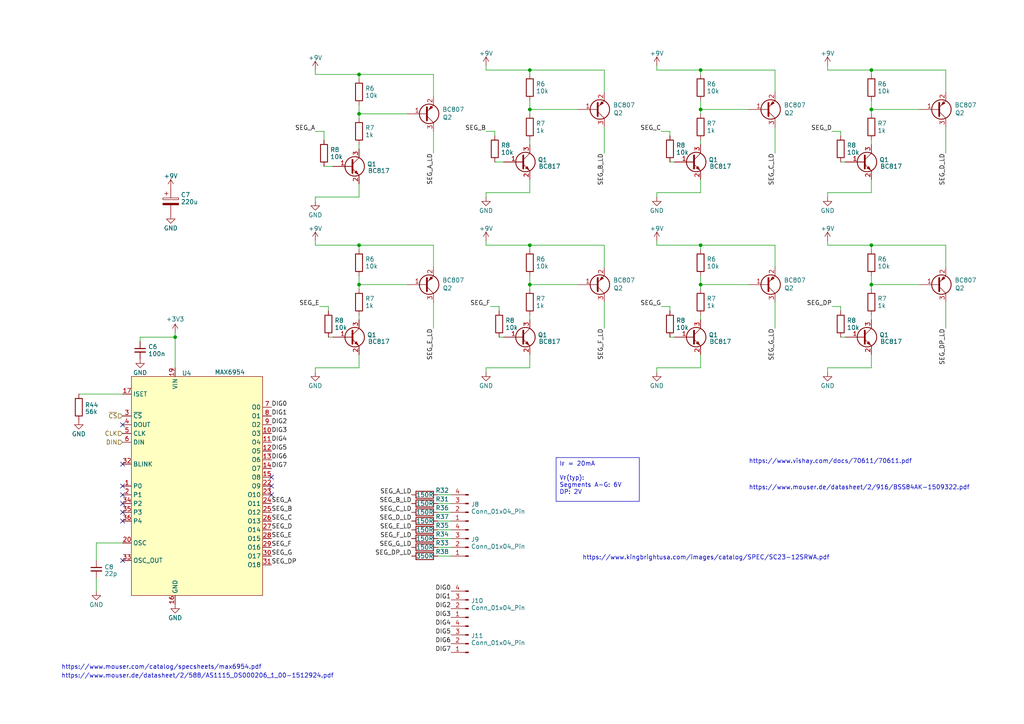
<source format=kicad_sch>
(kicad_sch (version 20230121) (generator eeschema)
  (paper "A4")
  (lib_symbols
    (symbol "1_project:MAX6954"
      (property "Reference" "U" (at 8.255 35.56 0))
      (property "Value" "MAX6954" (at 8.255 33.02 0))
      (property "Footprint" "1_project:SOIC-36" (at 9.525 -29.845 0))
      (symbol "MAX6954_0_0"
        (pin bidirectional line (at -21.59 0 0) (length 2.54) (name "P0") (number "1"))
        (pin output line (at 21.59 15.24 180) (length 2.54) (name "O3") (number "10"))
        (pin output line (at 21.59 12.7 180) (length 2.54) (name "O4") (number "11"))
        (pin output line (at 21.59 10.16 180) (length 2.54) (name "O5") (number "12"))
        (pin output line (at 21.59 7.62 180) (length 2.54) (name "O6") (number "13"))
        (pin output line (at 21.59 5.08 180) (length 2.54) (name "O7") (number "14"))
        (pin output line (at 21.59 2.54 180) (length 2.54) (name "O8") (number "15"))
        (pin input line (at -21.59 26.67 0) (length 2.54) (name "ISET") (number "17"))
        (pin power_in line (at -6.35 34.29 270) (length 2.54) (name "VIN") (number "19"))
        (pin bidirectional line (at -21.59 -2.54 0) (length 2.54) (name "P1") (number "2"))
        (pin input line (at -21.59 -16.51 0) (length 2.54) (name "OSC") (number "20"))
        (pin output line (at 21.59 0 180) (length 2.54) (name "O9") (number "22"))
        (pin output line (at 21.59 -2.54 180) (length 2.54) (name "O10") (number "23"))
        (pin output line (at 21.59 -5.08 180) (length 2.54) (name "O11") (number "24"))
        (pin output line (at 21.59 -7.62 180) (length 2.54) (name "O12") (number "25"))
        (pin output line (at 21.59 -10.16 180) (length 2.54) (name "O13") (number "26"))
        (pin output line (at 21.59 -12.7 180) (length 2.54) (name "O14") (number "27"))
        (pin output line (at 21.59 -15.24 180) (length 2.54) (name "O15") (number "28"))
        (pin output line (at 21.59 -17.78 180) (length 2.54) (name "O16") (number "29"))
        (pin output line (at 21.59 -20.32 180) (length 2.54) (name "O17") (number "30"))
        (pin output line (at 21.59 -22.86 180) (length 2.54) (name "O18") (number "31"))
        (pin output line (at -21.59 6.35 0) (length 2.54) (name "BLINK") (number "32"))
        (pin output line (at -21.59 -21.59 0) (length 2.54) (name "OSC_OUT") (number "33"))
        (pin bidirectional line (at -21.59 -5.08 0) (length 2.54) (name "P2") (number "34"))
        (pin bidirectional line (at -21.59 -7.62 0) (length 2.54) (name "P3") (number "35"))
        (pin bidirectional line (at -21.59 -10.16 0) (length 2.54) (name "P4") (number "36"))
        (pin output line (at -21.59 17.78 0) (length 2.54) (name "DOUT") (number "4"))
        (pin input line (at -21.59 15.24 0) (length 2.54) (name "CLK") (number "5"))
        (pin input line (at -21.59 12.7 0) (length 2.54) (name "DIN") (number "6"))
        (pin output line (at 21.59 22.86 180) (length 2.54) (name "O0") (number "7"))
        (pin output line (at 21.59 20.32 180) (length 2.54) (name "O1") (number "8"))
        (pin output line (at 21.59 17.78 180) (length 2.54) (name "O2") (number "9"))
      )
      (symbol "MAX6954_1_0"
        (pin power_in line (at -6.35 -34.29 90) (length 2.54) (name "GND") (number "16"))
        (pin power_in line (at -6.35 -34.29 90) (length 2.54) hide (name "GND") (number "18"))
        (pin power_in line (at -6.35 34.29 270) (length 2.54) hide (name "VIN") (number "21"))
        (pin input line (at -21.59 20.32 0) (length 2.54) (name "~{CS}") (number "3"))
      )
      (symbol "MAX6954_1_1"
        (rectangle (start -19.05 31.75) (end 19.05 -31.75) (fill (type background)))
      )
    )
    (symbol "Connector:Conn_01x04_Pin" (pin_names (offset 1.016) hide)
      (property "Reference" "J" (at 0 5.08 0))
      (property "Value" "Conn_01x04_Pin" (at 0 -7.62 0))
      (symbol "Conn_01x04_Pin_1_1"
        (polyline (pts (xy 1.27 -5.08) (xy 0.8636 -5.08)) (stroke (width 0.1524)))
        (polyline (pts (xy 1.27 -2.54) (xy 0.8636 -2.54)) (stroke (width 0.1524)))
        (polyline (pts (xy 1.27 0) (xy 0.8636 0)) (stroke (width 0.1524)))
        (polyline (pts (xy 1.27 2.54) (xy 0.8636 2.54)) (stroke (width 0.1524)))
        (rectangle (start 0.8636 -4.953) (end 0 -5.207) (stroke (width 0.1524)) (fill (type outline)))
        (rectangle (start 0.8636 -2.413) (end 0 -2.667) (stroke (width 0.1524)) (fill (type outline)))
        (rectangle (start 0.8636 0.127) (end 0 -0.127) (stroke (width 0.1524)) (fill (type outline)))
        (rectangle (start 0.8636 2.667) (end 0 2.413) (stroke (width 0.1524)) (fill (type outline)))
        (pin passive line (at 5.08 2.54 180) (length 3.81) (name "Pin_1") (number "1"))
        (pin passive line (at 5.08 0 180) (length 3.81) (name "Pin_2") (number "2"))
        (pin passive line (at 5.08 -2.54 180) (length 3.81) (name "Pin_3") (number "3"))
        (pin passive line (at 5.08 -5.08 180) (length 3.81) (name "Pin_4") (number "4"))
      )
    )
    (symbol "Device:C_Polarized" (pin_numbers hide) (pin_names (offset 0.254))
      (property "Reference" "C" (at 0.635 2.54 0))
      (property "Value" "C_Polarized" (at 0.635 -2.54 0))
      (symbol "C_Polarized_0_1"
        (rectangle (start -2.286 0.508) (end 2.286 1.016))
        (polyline (pts (xy -1.778 2.286) (xy -0.762 2.286)))
        (polyline (pts (xy -1.27 2.794) (xy -1.27 1.778)))
        (rectangle (start 2.286 -0.508) (end -2.286 -1.016) (fill (type outline)))
      )
      (symbol "C_Polarized_1_1"
        (pin passive line (at 0 3.81 270) (length 2.794) (name "~") (number "1"))
        (pin passive line (at 0 -3.81 90) (length 2.794) (name "~") (number "2"))
      )
    )
    (symbol "Device:C_Small" (pin_numbers hide) (pin_names (offset 0.254) hide)
      (property "Reference" "C" (at 0.254 1.778 0))
      (property "Value" "C_Small" (at 0.254 -2.032 0))
      (symbol "C_Small_0_1"
        (polyline (pts (xy -1.524 -0.508) (xy 1.524 -0.508)) (stroke (width 0.3302)))
        (polyline (pts (xy -1.524 0.508) (xy 1.524 0.508)) (stroke (width 0.3048)))
      )
      (symbol "C_Small_1_1"
        (pin passive line (at 0 2.54 270) (length 2.032) (name "~") (number "1"))
        (pin passive line (at 0 -2.54 90) (length 2.032) (name "~") (number "2"))
      )
    )
    (symbol "Device:R" (pin_numbers hide) (pin_names (offset 0))
      (property "Reference" "R" (at 2.032 0 90))
      (property "Value" "R" (at 0 0 90))
      (symbol "R_0_1"
        (rectangle (start -1.016 -2.54) (end 1.016 2.54) (stroke (width 0.254)))
      )
      (symbol "R_1_1"
        (pin passive line (at 0 3.81 270) (length 1.27) (name "~") (number "1"))
        (pin passive line (at 0 -3.81 90) (length 1.27) (name "~") (number "2"))
      )
    )
    (symbol "Transistor_BJT:BC807" (pin_names (offset 0) hide)
      (property "Reference" "Q" (at 5.08 1.905 0))
      (property "Value" "BC807" (at 5.08 0 0))
      (symbol "BC807_0_1"
        (polyline (pts (xy 0.635 0.635) (xy 2.54 2.54)))
        (polyline (pts (xy 0.635 -0.635) (xy 2.54 -2.54) (xy 2.54 -2.54)))
        (polyline (pts (xy 0.635 1.905) (xy 0.635 -1.905) (xy 0.635 -1.905)) (stroke (width 0.508)))
        (polyline (pts (xy 2.286 -1.778) (xy 1.778 -2.286) (xy 1.27 -1.27) (xy 2.286 -1.778) (xy 2.286 -1.778)) (fill (type outline)))
        (circle (center 1.27 0) (radius 2.8194) (stroke (width 0.254)))
      )
      (symbol "BC807_1_1"
        (pin input line (at -5.08 0 0) (length 5.715) (name "B") (number "1"))
        (pin passive line (at 2.54 -5.08 90) (length 2.54) (name "E") (number "2"))
        (pin passive line (at 2.54 5.08 270) (length 2.54) (name "C") (number "3"))
      )
    )
    (symbol "Transistor_BJT:BC817" (pin_names (offset 0) hide)
      (property "Reference" "Q" (at 5.08 1.905 0))
      (property "Value" "BC817" (at 5.08 0 0))
      (symbol "BC817_0_1"
        (polyline (pts (xy 0.635 0.635) (xy 2.54 2.54)))
        (polyline (pts (xy 0.635 -0.635) (xy 2.54 -2.54) (xy 2.54 -2.54)))
        (polyline (pts (xy 0.635 1.905) (xy 0.635 -1.905) (xy 0.635 -1.905)) (stroke (width 0.508)))
        (polyline (pts (xy 1.27 -1.778) (xy 1.778 -1.27) (xy 2.286 -2.286) (xy 1.27 -1.778) (xy 1.27 -1.778)) (fill (type outline)))
        (circle (center 1.27 0) (radius 2.8194) (stroke (width 0.254)))
      )
      (symbol "BC817_1_1"
        (pin input line (at -5.08 0 0) (length 5.715) (name "B") (number "1"))
        (pin passive line (at 2.54 -5.08 90) (length 2.54) (name "E") (number "2"))
        (pin passive line (at 2.54 5.08 270) (length 2.54) (name "C") (number "3"))
      )
    )
    (symbol "power:+3V3" (power) (pin_names (offset 0))
      (property "Value" "+3V3" (at 0 3.556 0))
      (symbol "+3V3_0_1"
        (polyline (pts (xy -0.762 1.27) (xy 0 2.54)))
        (polyline (pts (xy 0 0) (xy 0 2.54)))
        (polyline (pts (xy 0 2.54) (xy 0.762 1.27)))
      )
      (symbol "+3V3_1_1"
        (pin power_in line (at 0 0 90) (length 0) hide (name "+3V3") (number "1"))
      )
    )
    (symbol "power:+9V" (power) (pin_names (offset 0))
      (property "Value" "+9V" (at 0 3.556 0))
      (symbol "+9V_0_1"
        (polyline (pts (xy -0.762 1.27) (xy 0 2.54)))
        (polyline (pts (xy 0 0) (xy 0 2.54)))
        (polyline (pts (xy 0 2.54) (xy 0.762 1.27)))
      )
      (symbol "+9V_1_1"
        (pin power_in line (at 0 0 90) (length 0) hide (name "+9V") (number "1"))
      )
    )
    (symbol "power:GND" (power) (pin_names (offset 0))
      (property "Value" "GND" (at 0 -3.81 0))
      (symbol "GND_0_1"
        (polyline (pts (xy 0 0) (xy 0 -1.27) (xy 1.27 -1.27) (xy 0 -2.54) (xy -1.27 -1.27) (xy 0 -1.27)))
      )
      (symbol "GND_1_1"
        (pin power_in line (at 0 0 270) (length 0) hide (name "GND") (number "1"))
      )
    )
  )
  (junction (at 104.14 33.02))
  (junction (at 203.2 31.75))
  (junction (at 50.8 97.79))
  (junction (at 104.14 71.12))
  (junction (at 153.67 20.32))
  (junction (at 153.67 71.12))
  (junction (at 203.2 71.12))
  (junction (at 104.14 82.55))
  (junction (at 252.73 82.55))
  (junction (at 104.14 21.59))
  (junction (at 252.73 71.12))
  (junction (at 203.2 82.55))
  (junction (at 153.67 31.75))
  (junction (at 252.73 20.32))
  (junction (at 153.67 82.55))
  (junction (at 252.73 31.75))
  (junction (at 203.2 20.32))
  (no_connect (at 78.74 143.51))
  (no_connect (at 78.74 140.97))
  (no_connect (at 35.56 143.51))
  (no_connect (at 78.74 138.43))
  (no_connect (at 35.56 148.59))
  (no_connect (at 35.56 162.56))
  (no_connect (at 35.56 134.62))
  (no_connect (at 35.56 123.19))
  (no_connect (at 35.56 140.97))
  (no_connect (at 35.56 146.05))
  (no_connect (at 35.56 151.13))
  (wire (pts (xy 142.24 88.9) (xy 144.78 88.9)))
  (wire (pts (xy 127 153.67) (xy 130.81 153.67)))
  (wire (pts (xy 203.2 52.07) (xy 203.2 55.88)))
  (wire (pts (xy 274.32 20.32) (xy 274.32 26.67)))
  (wire (pts (xy 140.97 19.05) (xy 140.97 20.32)))
  (wire (pts (xy 203.2 71.12) (xy 203.2 72.39)))
  (wire (pts (xy 194.31 97.79) (xy 195.58 97.79)))
  (wire (pts (xy 252.73 31.75) (xy 266.7 31.75)))
  (wire (pts (xy 190.5 106.68) (xy 190.5 107.95)))
  (wire (pts (xy 50.8 96.52) (xy 50.8 97.79)))
  (wire (pts (xy 153.67 20.32) (xy 175.26 20.32)))
  (wire (pts (xy 203.2 20.32) (xy 203.2 21.59)))
  (wire (pts (xy 91.44 57.15) (xy 104.14 57.15)))
  (wire (pts (xy 22.86 114.3) (xy 35.56 114.3)))
  (wire (pts (xy 153.67 20.32) (xy 140.97 20.32)))
  (wire (pts (xy 240.03 19.05) (xy 240.03 20.32)))
  (wire (pts (xy 140.97 69.85) (xy 140.97 71.12)))
  (wire (pts (xy 153.67 31.75) (xy 167.64 31.75)))
  (wire (pts (xy 224.79 71.12) (xy 224.79 77.47)))
  (wire (pts (xy 125.73 71.12) (xy 125.73 77.47)))
  (wire (pts (xy 241.3 38.1) (xy 243.84 38.1)))
  (wire (pts (xy 127 143.51) (xy 130.81 143.51)))
  (wire (pts (xy 143.51 38.1) (xy 143.51 39.37)))
  (wire (pts (xy 140.97 106.68) (xy 140.97 107.95)))
  (wire (pts (xy 194.31 38.1) (xy 194.31 39.37)))
  (wire (pts (xy 125.73 87.63) (xy 125.73 95.25)))
  (wire (pts (xy 104.14 21.59) (xy 104.14 22.86)))
  (wire (pts (xy 243.84 88.9) (xy 243.84 90.17)))
  (wire (pts (xy 104.14 71.12) (xy 104.14 72.39)))
  (wire (pts (xy 252.73 71.12) (xy 252.73 72.39)))
  (wire (pts (xy 203.2 82.55) (xy 203.2 83.82)))
  (wire (pts (xy 274.32 71.12) (xy 274.32 77.47)))
  (wire (pts (xy 27.94 157.48) (xy 35.56 157.48)))
  (wire (pts (xy 224.79 36.83) (xy 224.79 44.45)))
  (wire (pts (xy 190.5 55.88) (xy 203.2 55.88)))
  (wire (pts (xy 252.73 31.75) (xy 252.73 33.02)))
  (wire (pts (xy 140.97 55.88) (xy 140.97 57.15)))
  (wire (pts (xy 252.73 20.32) (xy 274.32 20.32)))
  (wire (pts (xy 252.73 82.55) (xy 266.7 82.55)))
  (wire (pts (xy 127 148.59) (xy 130.81 148.59)))
  (wire (pts (xy 104.14 80.01) (xy 104.14 82.55)))
  (wire (pts (xy 203.2 40.64) (xy 203.2 41.91)))
  (wire (pts (xy 153.67 71.12) (xy 153.67 72.39)))
  (wire (pts (xy 153.67 102.87) (xy 153.67 106.68)))
  (wire (pts (xy 144.78 88.9) (xy 144.78 90.17)))
  (wire (pts (xy 252.73 80.01) (xy 252.73 82.55)))
  (wire (pts (xy 153.67 52.07) (xy 153.67 55.88)))
  (wire (pts (xy 93.98 38.1) (xy 93.98 40.64)))
  (wire (pts (xy 240.03 69.85) (xy 240.03 71.12)))
  (wire (pts (xy 191.77 38.1) (xy 194.31 38.1)))
  (wire (pts (xy 91.44 20.32) (xy 91.44 21.59)))
  (wire (pts (xy 252.73 52.07) (xy 252.73 55.88)))
  (wire (pts (xy 252.73 91.44) (xy 252.73 92.71)))
  (wire (pts (xy 104.14 102.87) (xy 104.14 106.68)))
  (wire (pts (xy 125.73 38.1) (xy 125.73 44.45)))
  (wire (pts (xy 40.64 99.06) (xy 40.64 97.79)))
  (wire (pts (xy 153.67 20.32) (xy 153.67 21.59)))
  (wire (pts (xy 104.14 21.59) (xy 91.44 21.59)))
  (wire (pts (xy 153.67 31.75) (xy 153.67 33.02)))
  (wire (pts (xy 127 158.75) (xy 130.81 158.75)))
  (wire (pts (xy 252.73 71.12) (xy 274.32 71.12)))
  (wire (pts (xy 104.14 82.55) (xy 104.14 83.82)))
  (wire (pts (xy 104.14 41.91) (xy 104.14 43.18)))
  (wire (pts (xy 153.67 82.55) (xy 167.64 82.55)))
  (wire (pts (xy 92.71 88.9) (xy 95.25 88.9)))
  (wire (pts (xy 190.5 19.05) (xy 190.5 20.32)))
  (wire (pts (xy 203.2 29.21) (xy 203.2 31.75)))
  (wire (pts (xy 91.44 38.1) (xy 93.98 38.1)))
  (wire (pts (xy 175.26 87.63) (xy 175.26 95.25)))
  (wire (pts (xy 240.03 55.88) (xy 252.73 55.88)))
  (wire (pts (xy 104.14 21.59) (xy 125.73 21.59)))
  (wire (pts (xy 104.14 53.34) (xy 104.14 57.15)))
  (wire (pts (xy 144.78 97.79) (xy 146.05 97.79)))
  (wire (pts (xy 240.03 55.88) (xy 240.03 57.15)))
  (wire (pts (xy 104.14 71.12) (xy 91.44 71.12)))
  (wire (pts (xy 153.67 71.12) (xy 140.97 71.12)))
  (wire (pts (xy 243.84 97.79) (xy 245.11 97.79)))
  (wire (pts (xy 203.2 102.87) (xy 203.2 106.68)))
  (wire (pts (xy 153.67 82.55) (xy 153.67 83.82)))
  (wire (pts (xy 241.3 88.9) (xy 243.84 88.9)))
  (wire (pts (xy 252.73 20.32) (xy 240.03 20.32)))
  (wire (pts (xy 190.5 69.85) (xy 190.5 71.12)))
  (wire (pts (xy 95.25 97.79) (xy 96.52 97.79)))
  (wire (pts (xy 224.79 20.32) (xy 224.79 26.67)))
  (wire (pts (xy 104.14 33.02) (xy 118.11 33.02)))
  (wire (pts (xy 91.44 106.68) (xy 104.14 106.68)))
  (wire (pts (xy 252.73 40.64) (xy 252.73 41.91)))
  (wire (pts (xy 190.5 55.88) (xy 190.5 57.15)))
  (wire (pts (xy 146.05 46.99) (xy 143.51 46.99)))
  (wire (pts (xy 203.2 31.75) (xy 217.17 31.75)))
  (wire (pts (xy 274.32 36.83) (xy 274.32 44.45)))
  (wire (pts (xy 127 161.29) (xy 130.81 161.29)))
  (wire (pts (xy 104.14 82.55) (xy 118.11 82.55)))
  (wire (pts (xy 203.2 20.32) (xy 224.79 20.32)))
  (wire (pts (xy 153.67 71.12) (xy 175.26 71.12)))
  (wire (pts (xy 91.44 69.85) (xy 91.44 71.12)))
  (wire (pts (xy 175.26 36.83) (xy 175.26 44.45)))
  (wire (pts (xy 224.79 87.63) (xy 224.79 95.25)))
  (wire (pts (xy 190.5 106.68) (xy 203.2 106.68)))
  (wire (pts (xy 252.73 82.55) (xy 252.73 83.82)))
  (wire (pts (xy 104.14 71.12) (xy 125.73 71.12)))
  (wire (pts (xy 50.8 97.79) (xy 50.8 106.68)))
  (wire (pts (xy 203.2 91.44) (xy 203.2 92.71)))
  (wire (pts (xy 252.73 71.12) (xy 240.03 71.12)))
  (wire (pts (xy 153.67 91.44) (xy 153.67 92.71)))
  (wire (pts (xy 153.67 40.64) (xy 153.67 41.91)))
  (wire (pts (xy 91.44 106.68) (xy 91.44 107.95)))
  (wire (pts (xy 175.26 20.32) (xy 175.26 26.67)))
  (wire (pts (xy 27.94 157.48) (xy 27.94 162.56)))
  (wire (pts (xy 153.67 29.21) (xy 153.67 31.75)))
  (wire (pts (xy 125.73 21.59) (xy 125.73 27.94)))
  (wire (pts (xy 127 156.21) (xy 130.81 156.21)))
  (wire (pts (xy 40.64 97.79) (xy 50.8 97.79)))
  (wire (pts (xy 274.32 87.63) (xy 274.32 95.25)))
  (wire (pts (xy 203.2 71.12) (xy 190.5 71.12)))
  (wire (pts (xy 140.97 55.88) (xy 153.67 55.88)))
  (wire (pts (xy 240.03 106.68) (xy 252.73 106.68)))
  (wire (pts (xy 95.25 88.9) (xy 95.25 90.17)))
  (wire (pts (xy 104.14 30.48) (xy 104.14 33.02)))
  (wire (pts (xy 203.2 71.12) (xy 224.79 71.12)))
  (wire (pts (xy 243.84 46.99) (xy 245.11 46.99)))
  (wire (pts (xy 104.14 33.02) (xy 104.14 34.29)))
  (wire (pts (xy 91.44 57.15) (xy 91.44 58.42)))
  (wire (pts (xy 203.2 80.01) (xy 203.2 82.55)))
  (wire (pts (xy 194.31 46.99) (xy 195.58 46.99)))
  (wire (pts (xy 140.97 38.1) (xy 143.51 38.1)))
  (wire (pts (xy 127 151.13) (xy 130.81 151.13)))
  (wire (pts (xy 191.77 88.9) (xy 194.31 88.9)))
  (wire (pts (xy 252.73 29.21) (xy 252.73 31.75)))
  (wire (pts (xy 153.67 80.01) (xy 153.67 82.55)))
  (wire (pts (xy 252.73 20.32) (xy 252.73 21.59)))
  (wire (pts (xy 252.73 102.87) (xy 252.73 106.68)))
  (wire (pts (xy 140.97 106.68) (xy 153.67 106.68)))
  (wire (pts (xy 240.03 106.68) (xy 240.03 107.95)))
  (wire (pts (xy 104.14 91.44) (xy 104.14 92.71)))
  (wire (pts (xy 127 146.05) (xy 130.81 146.05)))
  (wire (pts (xy 203.2 82.55) (xy 217.17 82.55)))
  (wire (pts (xy 203.2 31.75) (xy 203.2 33.02)))
  (wire (pts (xy 194.31 88.9) (xy 194.31 90.17)))
  (wire (pts (xy 175.26 71.12) (xy 175.26 77.47)))
  (wire (pts (xy 243.84 38.1) (xy 243.84 39.37)))
  (wire (pts (xy 203.2 20.32) (xy 190.5 20.32)))
  (wire (pts (xy 93.98 48.26) (xy 96.52 48.26)))
  (wire (pts (xy 27.94 167.64) (xy 27.94 171.45)))
  (text_box "I_{F} = 20mA\n\nV_{F}(typ):\nSegments A-G: 6V \nDP: 2V" (at 161.29 132.715 0) (size 24.13 12.7) (effects (font (size 1.27 1.27)) (justify left top)))
  (text "https://www.mouser.de/datasheet/2/916/BSS84AK-1509322.pdf" (at 217.17 142.24 0) (effects (font (size 1.27 1.27)) (justify left bottom)))
  (text "https://www.kingbrightusa.com/images/catalog/SPEC/SC23-12SRWA.pdf" (at 168.91 162.56 0) (effects (font (size 1.27 1.27)) (justify left bottom)))
  (text "https://www.mouser.de/datasheet/2/588/AS1115_DS000206_1_00-1512924.pdf" (at 17.78 196.85 0) (effects (font (size 1.27 1.27)) (justify left bottom)))
  (text "https://www.vishay.com/docs/70611/70611.pdf" (at 217.17 134.62 0) (effects (font (size 1.27 1.27)) (justify left bottom)))
  (text "https://www.mouser.com/catalog/specsheets/max6954.pdf" (at 17.78 194.31 0) (effects (font (size 1.27 1.27)) (justify left bottom)))
  (label "SEG_F" (at 78.74 158.75 0))
  (label "DIG7" (at 130.81 189.23 180))
  (label "DIG2" (at 130.81 176.53 180))
  (label "SEG_D" (at 78.74 153.67 0))
  (label "SEG_A_LD" (at 119.38 143.51 180))
  (label "DIG3" (at 78.74 125.73 0))
  (label "DIG0" (at 130.81 171.45 180))
  (label "DIG0" (at 78.74 118.11 0))
  (label "DIG5" (at 78.74 130.81 0))
  (label "SEG_E" (at 92.71 88.9 180))
  (label "DIG1" (at 78.74 120.65 0))
  (label "SEG_C_LD" (at 224.79 44.45 270))
  (label "SEG_D_LD" (at 119.38 151.13 180))
  (label "DIG4" (at 78.74 128.27 0))
  (label "DIG7" (at 78.74 135.89 0))
  (label "SEG_B" (at 78.74 148.59 0))
  (label "SEG_A_LD" (at 125.73 44.45 270))
  (label "SEG_B" (at 140.97 38.1 180))
  (label "SEG_DP" (at 241.3 88.9 180))
  (label "DIG6" (at 130.81 186.69 180))
  (label "SEG_D" (at 241.3 38.1 180))
  (label "SEG_C" (at 191.77 38.1 180))
  (label "SEG_A" (at 78.74 146.05 0))
  (label "SEG_E_LD" (at 125.73 95.25 270))
  (label "SEG_B_LD" (at 175.26 44.45 270))
  (label "SEG_E" (at 78.74 156.21 0))
  (label "DIG5" (at 130.81 184.15 180))
  (label "DIG3" (at 130.81 179.07 180))
  (label "SEG_G_LD" (at 224.79 95.25 270))
  (label "SEG_G" (at 191.77 88.9 180))
  (label "SEG_F_LD" (at 119.38 156.21 180))
  (label "SEG_E_LD" (at 119.38 153.67 180))
  (label "SEG_DP_LD" (at 119.38 161.29 180))
  (label "SEG_A" (at 91.44 38.1 180))
  (label "SEG_G_LD" (at 119.38 158.75 180))
  (label "SEG_DP_LD" (at 274.32 95.25 270))
  (label "SEG_F" (at 142.24 88.9 180))
  (label "SEG_D_LD" (at 274.32 44.45 270))
  (label "DIG6" (at 78.74 133.35 0))
  (label "DIG4" (at 130.81 181.61 180))
  (label "DIG1" (at 130.81 173.99 180))
  (label "SEG_B_LD" (at 119.38 146.05 180))
  (label "SEG_DP" (at 78.74 163.83 0))
  (label "SEG_G" (at 78.74 161.29 0))
  (label "SEG_F_LD" (at 175.26 95.25 270))
  (label "SEG_C" (at 78.74 151.13 0))
  (label "SEG_C_LD" (at 119.38 148.59 180))
  (label "DIG2" (at 78.74 123.19 0))
  (hierarchical_label "~{CS}" (shape input) (at 35.56 120.65 180))
  (hierarchical_label "CLK" (shape input) (at 35.56 125.73 180))
  (hierarchical_label "DIN" (shape input) (at 35.56 128.27 180))
  (symbol (lib_id "Device:R") (at 153.67 36.83 0) (unit 1)
    (property "Reference" "R7" (at 155.448 35.806 0) (effects (justify left)))
    (property "Value" "1k" (at 155.448 37.854 0) (effects (justify left)))
    (property "Footprint" "Resistor_SMD:R_0805_2012Metric" (effects hide))
    (instances (project "kitchenclock" (path "" (reference "R7") (unit 1)) (path "" (reference "R8") (unit 1))) (project "esp32to7seg" (path "" (reference "R29") (unit 1))))
  )
  (symbol (lib_id "Device:R") (at 203.2 87.63 0) (unit 1)
    (property "Reference" "R7" (at 204.978 86.606 0) (effects (justify left)))
    (property "Value" "1k" (at 204.978 88.654 0) (effects (justify left)))
    (property "Footprint" "Resistor_SMD:R_0805_2012Metric" (effects hide))
    (instances (project "kitchenclock" (path "" (reference "R7") (unit 1)) (path "" (reference "R27") (unit 1))) (project "esp32to7seg" (path "" (reference "R37") (unit 1))))
  )
  (symbol (lib_id "power:GND") (at 91.44 58.42 0) (unit 1)
    (property "Reference" "#PWR023" (effects hide))
    (property "Value" "GND" (at 91.44 62.365 0))
    (instances (project "kitchenclock" (path "" (reference "#PWR023") (unit 1)) (path "" (reference "#PWR026") (unit 1))) (project "esp32to7seg" (path "" (reference "#PWR032") (unit 1))))
  )
  (symbol (lib_id "Transistor_BJT:BC817") (at 101.6 48.26 0) (unit 1)
    (property "Reference" "Q1" (at 106.4514 47.6163 0) (effects (justify left)))
    (property "Value" "BC817" (at 106.68 49.53 0) (effects (justify left)))
    (property "Footprint" "Package_TO_SOT_SMD:SOT-23" (effects hide))
    (property "Datasheet" "https://www.onsemi.com/pub/Collateral/BC818-D.pdf" (effects hide))
    (property "Sim.Device" "NPN" (effects hide))
    (property "Sim.Type" "GUMMELPOON" (effects hide))
    (property "Sim.Pins" "1=C 2=B 3=E" (effects hide))
    (instances (project "kitchenclock" (path "" (reference "Q1") (unit 1)) (path "" (reference "Q3") (unit 1))) (project "esp32to7seg" (path "" (reference "Q3") (unit 1))))
  )
  (symbol (lib_id "power:GND") (at 190.5 57.15 0) (unit 1)
    (property "Reference" "#PWR023" (effects hide))
    (property "Value" "GND" (at 190.5 61.095 0))
    (instances (project "kitchenclock" (path "" (reference "#PWR023") (unit 1)) (path "" (reference "#PWR028") (unit 1))) (project "esp32to7seg" (path "" (reference "#PWR040") (unit 1))))
  )
  (symbol (lib_id "Device:C_Polarized") (at 49.53 58.42 0) (unit 1)
    (property "Reference" "C7" (at 52.451 56.507 0) (effects (justify left)))
    (property "Value" "220u" (at 52.451 58.555 0) (effects (justify left)))
    (property "Footprint" "Capacitor_SMD:CP_Elec_8x6.2" (effects hide))
    (instances (project "kitchenclock" (path "" (reference "C7") (unit 1))) (project "esp32to7seg" (path "" (reference "C8") (unit 1))))
  )
  (symbol (lib_id "Device:R") (at 123.19 158.75 90) (unit 1)
    (property "Reference" "R33" (at 128.27 157.48 90))
    (property "Value" "150R" (at 123.19 158.75 90))
    (property "Footprint" "Resistor_SMD:R_0805_2012Metric" (effects hide))
    (instances (project "kitchenclock" (path "" (reference "R33") (unit 1))) (project "esp32to7seg" (path "" (reference "R24") (unit 1))))
  )
  (symbol (lib_id "Transistor_BJT:BC817") (at 250.19 97.79 0) (unit 1)
    (property "Reference" "Q1" (at 255.0414 97.1463 0) (effects (justify left)))
    (property "Value" "BC817" (at 255.27 99.06 0) (effects (justify left)))
    (property "Footprint" "Package_TO_SOT_SMD:SOT-23" (effects hide))
    (property "Datasheet" "https://www.onsemi.com/pub/Collateral/BC818-D.pdf" (effects hide))
    (property "Sim.Device" "NPN" (effects hide))
    (property "Sim.Type" "GUMMELPOON" (effects hide))
    (property "Sim.Pins" "1=C 2=B 3=E" (effects hide))
    (instances (project "kitchenclock" (path "" (reference "Q1") (unit 1)) (path "" (reference "Q15") (unit 1))) (project "esp32to7seg" (path "" (reference "Q16") (unit 1))))
  )
  (symbol (lib_id "1_project:MAX6954") (at 57.15 140.97 0) (unit 1)
    (property "Reference" "U4" (at 52.7559 108.2581 0) (effects (justify left)))
    (property "Value" "MAX6954" (at 66.675 107.95 0))
    (property "Footprint" "1_project:SOIC-36" (effects hide))
    (property "Datasheet" "https://www.mouser.com/catalog/specsheets/max6954.pdf" (effects hide))
    (instances (project "kitchenclock" (path "" (reference "U4") (unit 1))) (project "esp32to7seg" (path "" (reference "U3") (unit 1))))
  )
  (symbol (lib_id "power:+9V") (at 190.5 69.85 0) (unit 1)
    (property "Reference" "#PWR024" (effects hide))
    (property "Value" "+9V" (at 190.5 66.294 0))
    (instances (project "kitchenclock" (path "" (reference "#PWR024") (unit 1)) (path "" (reference "#PWR035") (unit 1))) (project "esp32to7seg" (path "" (reference "#PWR041") (unit 1))))
  )
  (symbol (lib_id "Device:R") (at 153.67 87.63 0) (unit 1)
    (property "Reference" "R7" (at 155.448 86.606 0) (effects (justify left)))
    (property "Value" "1k" (at 155.448 88.654 0) (effects (justify left)))
    (property "Footprint" "Resistor_SMD:R_0805_2012Metric" (effects hide))
    (instances (project "kitchenclock" (path "" (reference "R7") (unit 1)) (path "" (reference "R24") (unit 1))) (project "esp32to7seg" (path "" (reference "R31") (unit 1))))
  )
  (symbol (lib_id "Transistor_BJT:BC807") (at 123.19 82.55 0) (mirror x) (unit 1)
    (property "Reference" "Q2" (at 128.397 83.574 0) (effects (justify left)))
    (property "Value" "BC807" (at 128.27 81.28 0) (effects (justify left)))
    (property "Footprint" "Package_TO_SOT_SMD:SOT-23" (effects hide))
    (property "Datasheet" "https://www.onsemi.com/pub/Collateral/BC808-D.pdf" (effects hide))
    (property "Sim.Device" "PNP" (effects hide))
    (property "Sim.Type" "GUMMELPOON" (effects hide))
    (property "Sim.Pins" "1=C 2=B 3=E" (effects hide))
    (instances (project "kitchenclock" (path "" (reference "Q2") (unit 1)) (path "" (reference "Q10") (unit 1))) (project "esp32to7seg" (path "" (reference "Q6") (unit 1))))
  )
  (symbol (lib_id "power:+9V") (at 140.97 69.85 0) (unit 1)
    (property "Reference" "#PWR024" (effects hide))
    (property "Value" "+9V" (at 140.97 66.294 0))
    (instances (project "kitchenclock" (path "" (reference "#PWR024") (unit 1)) (path "" (reference "#PWR033") (unit 1))) (project "esp32to7seg" (path "" (reference "#PWR037") (unit 1))))
  )
  (symbol (lib_id "Transistor_BJT:BC817") (at 200.66 97.79 0) (unit 1)
    (property "Reference" "Q1" (at 205.5114 97.1463 0) (effects (justify left)))
    (property "Value" "BC817" (at 205.74 99.06 0) (effects (justify left)))
    (property "Footprint" "Package_TO_SOT_SMD:SOT-23" (effects hide))
    (property "Datasheet" "https://www.onsemi.com/pub/Collateral/BC818-D.pdf" (effects hide))
    (property "Sim.Device" "NPN" (effects hide))
    (property "Sim.Type" "GUMMELPOON" (effects hide))
    (property "Sim.Pins" "1=C 2=B 3=E" (effects hide))
    (instances (project "kitchenclock" (path "" (reference "Q1") (unit 1)) (path "" (reference "Q13") (unit 1))) (project "esp32to7seg" (path "" (reference "Q12") (unit 1))))
  )
  (symbol (lib_id "Device:R") (at 153.67 25.4 0) (unit 1)
    (property "Reference" "R6" (at 155.448 24.376 0) (effects (justify left)))
    (property "Value" "10k" (at 155.448 26.424 0) (effects (justify left)))
    (property "Footprint" "Resistor_SMD:R_0805_2012Metric" (effects hide))
    (instances (project "kitchenclock" (path "" (reference "R6") (unit 1)) (path "" (reference "R7") (unit 1))) (project "esp32to7seg" (path "" (reference "R28") (unit 1))))
  )
  (symbol (lib_id "power:GND") (at 40.64 104.14 0) (unit 1)
    (property "Reference" "#PWR022" (effects hide))
    (property "Value" "GND" (at 40.64 108.085 0))
    (instances (project "kitchenclock" (path "" (reference "#PWR022") (unit 1)) (path "" (reference "#PWR020") (unit 1))) (project "esp32to7seg" (path "" (reference "#PWR026") (unit 1))))
  )
  (symbol (lib_id "Transistor_BJT:BC807") (at 222.25 31.75 0) (mirror x) (unit 1)
    (property "Reference" "Q2" (at 227.457 32.774 0) (effects (justify left)))
    (property "Value" "BC807" (at 227.33 30.48 0) (effects (justify left)))
    (property "Footprint" "Package_TO_SOT_SMD:SOT-23" (effects hide))
    (property "Datasheet" "https://www.onsemi.com/pub/Collateral/BC808-D.pdf" (effects hide))
    (property "Sim.Device" "PNP" (effects hide))
    (property "Sim.Type" "GUMMELPOON" (effects hide))
    (property "Sim.Pins" "1=C 2=B 3=E" (effects hide))
    (instances (project "kitchenclock" (path "" (reference "Q2") (unit 1)) (path "" (reference "Q6") (unit 1))) (project "esp32to7seg" (path "" (reference "Q13") (unit 1))))
  )
  (symbol (lib_id "Device:R") (at 252.73 36.83 0) (unit 1)
    (property "Reference" "R7" (at 254.508 35.806 0) (effects (justify left)))
    (property "Value" "1k" (at 254.508 37.854 0) (effects (justify left)))
    (property "Footprint" "Resistor_SMD:R_0805_2012Metric" (effects hide))
    (instances (project "kitchenclock" (path "" (reference "R7") (unit 1)) (path "" (reference "R18") (unit 1))) (project "esp32to7seg" (path "" (reference "R41") (unit 1))))
  )
  (symbol (lib_id "Device:R") (at 252.73 87.63 0) (unit 1)
    (property "Reference" "R7" (at 254.508 86.606 0) (effects (justify left)))
    (property "Value" "1k" (at 254.508 88.654 0) (effects (justify left)))
    (property "Footprint" "Resistor_SMD:R_0805_2012Metric" (effects hide))
    (instances (project "kitchenclock" (path "" (reference "R7") (unit 1)) (path "" (reference "R30") (unit 1))) (project "esp32to7seg" (path "" (reference "R43") (unit 1))))
  )
  (symbol (lib_id "Device:R") (at 243.84 93.98 0) (unit 1)
    (property "Reference" "R8" (at 245.618 92.956 0) (effects (justify left)))
    (property "Value" "10k" (at 245.618 95.004 0) (effects (justify left)))
    (property "Footprint" "Resistor_SMD:R_0805_2012Metric" (effects hide))
    (instances (project "kitchenclock" (path "" (reference "R8") (unit 1)) (path "" (reference "R28") (unit 1))) (project "esp32to7seg" (path "" (reference "R39") (unit 1))))
  )
  (symbol (lib_id "Device:R") (at 22.86 118.11 0) (unit 1)
    (property "Reference" "R44" (at 24.638 117.4663 0) (effects (justify left)))
    (property "Value" "56k" (at 24.638 119.3873 0) (effects (justify left)))
    (property "Footprint" "Resistor_SMD:R_0805_2012Metric" (effects hide))
    (instances (project "kitchenclock" (path "" (reference "R44") (unit 1))) (project "esp32to7seg" (path "" (reference "R11") (unit 1))))
  )
  (symbol (lib_id "Device:R") (at 252.73 25.4 0) (unit 1)
    (property "Reference" "R6" (at 254.508 24.376 0) (effects (justify left)))
    (property "Value" "10k" (at 254.508 26.424 0) (effects (justify left)))
    (property "Footprint" "Resistor_SMD:R_0805_2012Metric" (effects hide))
    (instances (project "kitchenclock" (path "" (reference "R6") (unit 1)) (path "" (reference "R17") (unit 1))) (project "esp32to7seg" (path "" (reference "R40") (unit 1))))
  )
  (symbol (lib_id "Transistor_BJT:BC817") (at 101.6 97.79 0) (unit 1)
    (property "Reference" "Q1" (at 106.4514 97.1463 0) (effects (justify left)))
    (property "Value" "BC817" (at 106.68 99.06 0) (effects (justify left)))
    (property "Footprint" "Package_TO_SOT_SMD:SOT-23" (effects hide))
    (property "Datasheet" "https://www.onsemi.com/pub/Collateral/BC818-D.pdf" (effects hide))
    (property "Sim.Device" "NPN" (effects hide))
    (property "Sim.Type" "GUMMELPOON" (effects hide))
    (property "Sim.Pins" "1=C 2=B 3=E" (effects hide))
    (instances (project "kitchenclock" (path "" (reference "Q1") (unit 1)) (path "" (reference "Q9") (unit 1))) (project "esp32to7seg" (path "" (reference "Q4") (unit 1))))
  )
  (symbol (lib_id "power:GND") (at 49.53 62.23 0) (unit 1)
    (property "Reference" "#PWR020" (effects hide))
    (property "Value" "GND" (at 49.53 66.175 0))
    (instances (project "kitchenclock" (path "" (reference "#PWR020") (unit 1)) (path "" (reference "#PWR041") (unit 1))) (project "esp32to7seg" (path "" (reference "#PWR028") (unit 1))))
  )
  (symbol (lib_id "Device:R") (at 104.14 76.2 0) (unit 1)
    (property "Reference" "R6" (at 105.918 75.176 0) (effects (justify left)))
    (property "Value" "10k" (at 105.918 77.224 0) (effects (justify left)))
    (property "Footprint" "Resistor_SMD:R_0805_2012Metric" (effects hide))
    (instances (project "kitchenclock" (path "" (reference "R6") (unit 1)) (path "" (reference "R20") (unit 1))) (project "esp32to7seg" (path "" (reference "R16") (unit 1))))
  )
  (symbol (lib_id "power:GND") (at 240.03 107.95 0) (unit 1)
    (property "Reference" "#PWR023" (effects hide))
    (property "Value" "GND" (at 240.03 111.895 0))
    (instances (project "kitchenclock" (path "" (reference "#PWR023") (unit 1)) (path "" (reference "#PWR038") (unit 1))) (project "esp32to7seg" (path "" (reference "#PWR046") (unit 1))))
  )
  (symbol (lib_id "Transistor_BJT:BC817") (at 151.13 97.79 0) (unit 1)
    (property "Reference" "Q1" (at 155.9814 97.1463 0) (effects (justify left)))
    (property "Value" "BC817" (at 156.21 99.06 0) (effects (justify left)))
    (property "Footprint" "Package_TO_SOT_SMD:SOT-23" (effects hide))
    (property "Datasheet" "https://www.onsemi.com/pub/Collateral/BC818-D.pdf" (effects hide))
    (property "Sim.Device" "NPN" (effects hide))
    (property "Sim.Type" "GUMMELPOON" (effects hide))
    (property "Sim.Pins" "1=C 2=B 3=E" (effects hide))
    (instances (project "kitchenclock" (path "" (reference "Q1") (unit 1)) (path "" (reference "Q11") (unit 1))) (project "esp32to7seg" (path "" (reference "Q8") (unit 1))))
  )
  (symbol (lib_id "Device:R") (at 194.31 93.98 0) (unit 1)
    (property "Reference" "R8" (at 196.088 92.956 0) (effects (justify left)))
    (property "Value" "10k" (at 196.088 95.004 0) (effects (justify left)))
    (property "Footprint" "Resistor_SMD:R_0805_2012Metric" (effects hide))
    (instances (project "kitchenclock" (path "" (reference "R8") (unit 1)) (path "" (reference "R25") (unit 1))) (project "esp32to7seg" (path "" (reference "R33") (unit 1))))
  )
  (symbol (lib_id "Device:R") (at 123.19 143.51 90) (unit 1)
    (property "Reference" "R32" (at 128.27 142.24 90))
    (property "Value" "150R" (at 123.19 143.51 90))
    (property "Footprint" "Resistor_SMD:R_0805_2012Metric" (effects hide))
    (instances (project "kitchenclock" (path "" (reference "R32") (unit 1))) (project "esp32to7seg" (path "" (reference "R18") (unit 1))))
  )
  (symbol (lib_id "Device:R") (at 123.19 153.67 90) (unit 1)
    (property "Reference" "R35" (at 128.27 152.4 90))
    (property "Value" "150R" (at 123.19 153.67 90))
    (property "Footprint" "Resistor_SMD:R_0805_2012Metric" (effects hide))
    (instances (project "kitchenclock" (path "" (reference "R35") (unit 1))) (project "esp32to7seg" (path "" (reference "R22") (unit 1))))
  )
  (symbol (lib_id "Device:R") (at 123.19 146.05 90) (unit 1)
    (property "Reference" "R31" (at 128.27 144.78 90))
    (property "Value" "150R" (at 123.19 146.05 90))
    (property "Footprint" "Resistor_SMD:R_0805_2012Metric" (effects hide))
    (instances (project "kitchenclock" (path "" (reference "R31") (unit 1))) (project "esp32to7seg" (path "" (reference "R19") (unit 1))))
  )
  (symbol (lib_id "power:+9V") (at 91.44 20.32 0) (unit 1)
    (property "Reference" "#PWR024" (effects hide))
    (property "Value" "+9V" (at 91.44 16.764 0))
    (instances (project "kitchenclock" (path "" (reference "#PWR024") (unit 1)) (path "" (reference "#PWR025") (unit 1))) (project "esp32to7seg" (path "" (reference "#PWR031") (unit 1))))
  )
  (symbol (lib_id "Transistor_BJT:BC817") (at 151.13 46.99 0) (unit 1)
    (property "Reference" "Q1" (at 155.9814 46.3463 0) (effects (justify left)))
    (property "Value" "BC817" (at 156.21 48.26 0) (effects (justify left)))
    (property "Footprint" "Package_TO_SOT_SMD:SOT-23" (effects hide))
    (property "Datasheet" "https://www.onsemi.com/pub/Collateral/BC818-D.pdf" (effects hide))
    (property "Sim.Device" "NPN" (effects hide))
    (property "Sim.Type" "GUMMELPOON" (effects hide))
    (property "Sim.Pins" "1=C 2=B 3=E" (effects hide))
    (instances (project "kitchenclock" (path "" (reference "Q1") (unit 1)) (path "" (reference "Q1") (unit 1))) (project "esp32to7seg" (path "" (reference "Q7") (unit 1))))
  )
  (symbol (lib_id "Device:R") (at 123.19 148.59 90) (unit 1)
    (property "Reference" "R36" (at 128.27 147.32 90))
    (property "Value" "150R" (at 123.19 148.59 90))
    (property "Footprint" "Resistor_SMD:R_0805_2012Metric" (effects hide))
    (instances (project "kitchenclock" (path "" (reference "R36") (unit 1))) (project "esp32to7seg" (path "" (reference "R20") (unit 1))))
  )
  (symbol (lib_id "Device:R") (at 144.78 93.98 0) (unit 1)
    (property "Reference" "R8" (at 146.558 92.956 0) (effects (justify left)))
    (property "Value" "10k" (at 146.558 95.004 0) (effects (justify left)))
    (property "Footprint" "Resistor_SMD:R_0805_2012Metric" (effects hide))
    (instances (project "kitchenclock" (path "" (reference "R8") (unit 1)) (path "" (reference "R22") (unit 1))) (project "esp32to7seg" (path "" (reference "R27") (unit 1))))
  )
  (symbol (lib_id "Device:R") (at 93.98 44.45 0) (unit 1)
    (property "Reference" "R8" (at 95.758 43.426 0) (effects (justify left)))
    (property "Value" "10k" (at 95.758 45.474 0) (effects (justify left)))
    (property "Footprint" "Resistor_SMD:R_0805_2012Metric" (effects hide))
    (instances (project "kitchenclock" (path "" (reference "R8") (unit 1)) (path "" (reference "R10") (unit 1))) (project "esp32to7seg" (path "" (reference "R12") (unit 1))))
  )
  (symbol (lib_id "Transistor_BJT:BC807") (at 222.25 82.55 0) (mirror x) (unit 1)
    (property "Reference" "Q2" (at 227.457 83.574 0) (effects (justify left)))
    (property "Value" "BC807" (at 227.33 81.28 0) (effects (justify left)))
    (property "Footprint" "Package_TO_SOT_SMD:SOT-23" (effects hide))
    (property "Datasheet" "https://www.onsemi.com/pub/Collateral/BC808-D.pdf" (effects hide))
    (property "Sim.Device" "PNP" (effects hide))
    (property "Sim.Type" "GUMMELPOON" (effects hide))
    (property "Sim.Pins" "1=C 2=B 3=E" (effects hide))
    (instances (project "kitchenclock" (path "" (reference "Q2") (unit 1)) (path "" (reference "Q14") (unit 1))) (project "esp32to7seg" (path "" (reference "Q14") (unit 1))))
  )
  (symbol (lib_id "Connector:Conn_01x04_Pin") (at 135.89 176.53 180) (unit 1)
    (property "Reference" "J10" (at 136.6012 174.236 0) (effects (justify right)))
    (property "Value" "Conn_01x04_Pin" (at 136.6012 176.284 0) (effects (justify right)))
    (property "Footprint" "Connector_JST:JST_XH_B4B-XH-A_1x04_P2.50mm_Vertical" (effects hide))
    (instances (project "kitchenclock" (path "" (reference "J10") (unit 1))) (project "esp32to7seg" (path "" (reference "J6") (unit 1))))
  )
  (symbol (lib_id "Device:R") (at 203.2 76.2 0) (unit 1)
    (property "Reference" "R6" (at 204.978 75.176 0) (effects (justify left)))
    (property "Value" "10k" (at 204.978 77.224 0) (effects (justify left)))
    (property "Footprint" "Resistor_SMD:R_0805_2012Metric" (effects hide))
    (instances (project "kitchenclock" (path "" (reference "R6") (unit 1)) (path "" (reference "R26") (unit 1))) (project "esp32to7seg" (path "" (reference "R36") (unit 1))))
  )
  (symbol (lib_id "Device:R") (at 123.19 156.21 90) (unit 1)
    (property "Reference" "R34" (at 128.27 154.94 90))
    (property "Value" "150R" (at 123.19 156.21 90))
    (property "Footprint" "Resistor_SMD:R_0805_2012Metric" (effects hide))
    (instances (project "kitchenclock" (path "" (reference "R34") (unit 1))) (project "esp32to7seg" (path "" (reference "R23") (unit 1))))
  )
  (symbol (lib_id "power:GND") (at 240.03 57.15 0) (unit 1)
    (property "Reference" "#PWR023" (effects hide))
    (property "Value" "GND" (at 240.03 61.095 0))
    (instances (project "kitchenclock" (path "" (reference "#PWR023") (unit 1)) (path "" (reference "#PWR030") (unit 1))) (project "esp32to7seg" (path "" (reference "#PWR044") (unit 1))))
  )
  (symbol (lib_id "power:GND") (at 50.8 175.26 0) (unit 1)
    (property "Reference" "#PWR020" (effects hide))
    (property "Value" "GND" (at 50.8 179.205 0))
    (instances (project "kitchenclock" (path "" (reference "#PWR020") (unit 1)) (path "" (reference "#PWR022") (unit 1))) (project "esp32to7seg" (path "" (reference "#PWR030") (unit 1))))
  )
  (symbol (lib_id "Connector:Conn_01x04_Pin") (at 135.89 158.75 180) (unit 1)
    (property "Reference" "J9" (at 136.6012 156.456 0) (effects (justify right)))
    (property "Value" "Conn_01x04_Pin" (at 136.6012 158.504 0) (effects (justify right)))
    (property "Footprint" "Connector_JST:JST_XH_B4B-XH-A_1x04_P2.50mm_Vertical" (effects hide))
    (instances (project "kitchenclock" (path "" (reference "J9") (unit 1))) (project "esp32to7seg" (path "" (reference "J5") (unit 1))))
  )
  (symbol (lib_id "Device:R") (at 143.51 43.18 0) (unit 1)
    (property "Reference" "R8" (at 145.288 42.156 0) (effects (justify left)))
    (property "Value" "10k" (at 145.288 44.204 0) (effects (justify left)))
    (property "Footprint" "Resistor_SMD:R_0805_2012Metric" (effects hide))
    (instances (project "kitchenclock" (path "" (reference "R8") (unit 1)) (path "" (reference "R6") (unit 1))) (project "esp32to7seg" (path "" (reference "R26") (unit 1))))
  )
  (symbol (lib_id "Device:R") (at 243.84 43.18 0) (unit 1)
    (property "Reference" "R8" (at 245.618 42.156 0) (effects (justify left)))
    (property "Value" "10k" (at 245.618 44.204 0) (effects (justify left)))
    (property "Footprint" "Resistor_SMD:R_0805_2012Metric" (effects hide))
    (instances (project "kitchenclock" (path "" (reference "R8") (unit 1)) (path "" (reference "R16") (unit 1))) (project "esp32to7seg" (path "" (reference "R38") (unit 1))))
  )
  (symbol (lib_id "power:+9V") (at 190.5 19.05 0) (unit 1)
    (property "Reference" "#PWR024" (effects hide))
    (property "Value" "+9V" (at 190.5 15.494 0))
    (instances (project "kitchenclock" (path "" (reference "#PWR024") (unit 1)) (path "" (reference "#PWR027") (unit 1))) (project "esp32to7seg" (path "" (reference "#PWR039") (unit 1))))
  )
  (symbol (lib_id "Connector:Conn_01x04_Pin") (at 135.89 186.69 180) (unit 1)
    (property "Reference" "J11" (at 136.6012 184.396 0) (effects (justify right)))
    (property "Value" "Conn_01x04_Pin" (at 136.6012 186.444 0) (effects (justify right)))
    (property "Footprint" "Connector_JST:JST_XH_B4B-XH-A_1x04_P2.50mm_Vertical" (effects hide))
    (instances (project "kitchenclock" (path "" (reference "J11") (unit 1))) (project "esp32to7seg" (path "" (reference "J7") (unit 1))))
  )
  (symbol (lib_id "Connector:Conn_01x04_Pin") (at 135.89 148.59 180) (unit 1)
    (property "Reference" "J8" (at 136.6012 146.296 0) (effects (justify right)))
    (property "Value" "Conn_01x04_Pin" (at 136.6012 148.344 0) (effects (justify right)))
    (property "Footprint" "Connector_JST:JST_XH_B4B-XH-A_1x04_P2.50mm_Vertical" (effects hide))
    (instances (project "kitchenclock" (path "" (reference "J8") (unit 1))) (project "esp32to7seg" (path "" (reference "J4") (unit 1))))
  )
  (symbol (lib_id "Device:R") (at 194.31 43.18 0) (unit 1)
    (property "Reference" "R8" (at 196.088 42.156 0) (effects (justify left)))
    (property "Value" "10k" (at 196.088 44.204 0) (effects (justify left)))
    (property "Footprint" "Resistor_SMD:R_0805_2012Metric" (effects hide))
    (instances (project "kitchenclock" (path "" (reference "R8") (unit 1)) (path "" (reference "R13") (unit 1))) (project "esp32to7seg" (path "" (reference "R32") (unit 1))))
  )
  (symbol (lib_id "Transistor_BJT:BC807") (at 271.78 31.75 0) (mirror x) (unit 1)
    (property "Reference" "Q2" (at 276.987 32.774 0) (effects (justify left)))
    (property "Value" "BC807" (at 276.86 30.48 0) (effects (justify left)))
    (property "Footprint" "Package_TO_SOT_SMD:SOT-23" (effects hide))
    (property "Datasheet" "https://www.onsemi.com/pub/Collateral/BC808-D.pdf" (effects hide))
    (property "Sim.Device" "PNP" (effects hide))
    (property "Sim.Type" "GUMMELPOON" (effects hide))
    (property "Sim.Pins" "1=C 2=B 3=E" (effects hide))
    (instances (project "kitchenclock" (path "" (reference "Q2") (unit 1)) (path "" (reference "Q8") (unit 1))) (project "esp32to7seg" (path "" (reference "Q17") (unit 1))))
  )
  (symbol (lib_id "power:GND") (at 91.44 107.95 0) (unit 1)
    (property "Reference" "#PWR023" (effects hide))
    (property "Value" "GND" (at 91.44 111.895 0))
    (instances (project "kitchenclock" (path "" (reference "#PWR023") (unit 1)) (path "" (reference "#PWR032") (unit 1))) (project "esp32to7seg" (path "" (reference "#PWR034") (unit 1))))
  )
  (symbol (lib_id "Transistor_BJT:BC807") (at 123.19 33.02 0) (mirror x) (unit 1)
    (property "Reference" "Q2" (at 128.397 34.044 0) (effects (justify left)))
    (property "Value" "BC807" (at 128.27 31.75 0) (effects (justify left)))
    (property "Footprint" "Package_TO_SOT_SMD:SOT-23" (effects hide))
    (property "Datasheet" "https://www.onsemi.com/pub/Collateral/BC808-D.pdf" (effects hide))
    (property "Sim.Device" "PNP" (effects hide))
    (property "Sim.Type" "GUMMELPOON" (effects hide))
    (property "Sim.Pins" "1=C 2=B 3=E" (effects hide))
    (instances (project "kitchenclock" (path "" (reference "Q2") (unit 1)) (path "" (reference "Q4") (unit 1))) (project "esp32to7seg" (path "" (reference "Q5") (unit 1))))
  )
  (symbol (lib_id "Transistor_BJT:BC807") (at 271.78 82.55 0) (mirror x) (unit 1)
    (property "Reference" "Q2" (at 276.987 83.574 0) (effects (justify left)))
    (property "Value" "BC807" (at 276.86 81.28 0) (effects (justify left)))
    (property "Footprint" "Package_TO_SOT_SMD:SOT-23" (effects hide))
    (property "Datasheet" "https://www.onsemi.com/pub/Collateral/BC808-D.pdf" (effects hide))
    (property "Sim.Device" "PNP" (effects hide))
    (property "Sim.Type" "GUMMELPOON" (effects hide))
    (property "Sim.Pins" "1=C 2=B 3=E" (effects hide))
    (instances (project "kitchenclock" (path "" (reference "Q2") (unit 1)) (path "" (reference "Q16") (unit 1))) (project "esp32to7seg" (path "" (reference "Q18") (unit 1))))
  )
  (symbol (lib_id "Device:R") (at 95.25 93.98 180) (unit 1)
    (property "Reference" "R8" (at 97.028 92.956 0) (effects (justify right)))
    (property "Value" "10k" (at 97.028 95.004 0) (effects (justify right)))
    (property "Footprint" "Resistor_SMD:R_0805_2012Metric" (effects hide))
    (instances (project "kitchenclock" (path "" (reference "R8") (unit 1)) (path "" (reference "R19") (unit 1))) (project "esp32to7seg" (path "" (reference "R13") (unit 1))))
  )
  (symbol (lib_id "power:GND") (at 190.5 107.95 0) (unit 1)
    (property "Reference" "#PWR023" (effects hide))
    (property "Value" "GND" (at 190.5 111.895 0))
    (instances (project "kitchenclock" (path "" (reference "#PWR023") (unit 1)) (path "" (reference "#PWR036") (unit 1))) (project "esp32to7seg" (path "" (reference "#PWR042") (unit 1))))
  )
  (symbol (lib_id "Device:R") (at 252.73 76.2 0) (unit 1)
    (property "Reference" "R6" (at 254.508 75.176 0) (effects (justify left)))
    (property "Value" "10k" (at 254.508 77.224 0) (effects (justify left)))
    (property "Footprint" "Resistor_SMD:R_0805_2012Metric" (effects hide))
    (instances (project "kitchenclock" (path "" (reference "R6") (unit 1)) (path "" (reference "R29") (unit 1))) (project "esp32to7seg" (path "" (reference "R42") (unit 1))))
  )
  (symbol (lib_id "power:GND") (at 140.97 57.15 0) (unit 1)
    (property "Reference" "#PWR023" (effects hide))
    (property "Value" "GND" (at 140.97 61.095 0))
    (instances (project "kitchenclock" (path "" (reference "#PWR023") (unit 1)) (path "" (reference "#PWR024") (unit 1))) (project "esp32to7seg" (path "" (reference "#PWR036") (unit 1))))
  )
  (symbol (lib_id "power:GND") (at 22.86 121.92 0) (unit 1)
    (property "Reference" "#PWR020" (effects hide))
    (property "Value" "GND" (at 22.86 125.865 0))
    (instances (project "kitchenclock" (path "" (reference "#PWR020") (unit 1)) (path "" (reference "#PWR039") (unit 1))) (project "esp32to7seg" (path "" (reference "#PWR024") (unit 1))))
  )
  (symbol (lib_id "Device:R") (at 153.67 76.2 0) (unit 1)
    (property "Reference" "R6" (at 155.448 75.176 0) (effects (justify left)))
    (property "Value" "10k" (at 155.448 77.224 0) (effects (justify left)))
    (property "Footprint" "Resistor_SMD:R_0805_2012Metric" (effects hide))
    (instances (project "kitchenclock" (path "" (reference "R6") (unit 1)) (path "" (reference "R23") (unit 1))) (project "esp32to7seg" (path "" (reference "R30") (unit 1))))
  )
  (symbol (lib_id "Transistor_BJT:BC817") (at 250.19 46.99 0) (unit 1)
    (property "Reference" "Q1" (at 255.0414 46.3463 0) (effects (justify left)))
    (property "Value" "BC817" (at 255.27 48.26 0) (effects (justify left)))
    (property "Footprint" "Package_TO_SOT_SMD:SOT-23" (effects hide))
    (property "Datasheet" "https://www.onsemi.com/pub/Collateral/BC818-D.pdf" (effects hide))
    (property "Sim.Device" "NPN" (effects hide))
    (property "Sim.Type" "GUMMELPOON" (effects hide))
    (property "Sim.Pins" "1=C 2=B 3=E" (effects hide))
    (instances (project "kitchenclock" (path "" (reference "Q1") (unit 1)) (path "" (reference "Q7") (unit 1))) (project "esp32to7seg" (path "" (reference "Q15") (unit 1))))
  )
  (symbol (lib_id "Transistor_BJT:BC817") (at 200.66 46.99 0) (unit 1)
    (property "Reference" "Q1" (at 205.5114 46.3463 0) (effects (justify left)))
    (property "Value" "BC817" (at 205.74 48.26 0) (effects (justify left)))
    (property "Footprint" "Package_TO_SOT_SMD:SOT-23" (effects hide))
    (property "Datasheet" "https://www.onsemi.com/pub/Collateral/BC818-D.pdf" (effects hide))
    (property "Sim.Device" "NPN" (effects hide))
    (property "Sim.Type" "GUMMELPOON" (effects hide))
    (property "Sim.Pins" "1=C 2=B 3=E" (effects hide))
    (instances (project "kitchenclock" (path "" (reference "Q1") (unit 1)) (path "" (reference "Q5") (unit 1))) (project "esp32to7seg" (path "" (reference "Q11") (unit 1))))
  )
  (symbol (lib_id "power:GND") (at 140.97 107.95 0) (unit 1)
    (property "Reference" "#PWR023" (effects hide))
    (property "Value" "GND" (at 140.97 111.895 0))
    (instances (project "kitchenclock" (path "" (reference "#PWR023") (unit 1)) (path "" (reference "#PWR034") (unit 1))) (project "esp32to7seg" (path "" (reference "#PWR038") (unit 1))))
  )
  (symbol (lib_id "Transistor_BJT:BC807") (at 172.72 82.55 0) (mirror x) (unit 1)
    (property "Reference" "Q2" (at 177.927 83.574 0) (effects (justify left)))
    (property "Value" "BC807" (at 177.8 81.28 0) (effects (justify left)))
    (property "Footprint" "Package_TO_SOT_SMD:SOT-23" (effects hide))
    (property "Datasheet" "https://www.onsemi.com/pub/Collateral/BC808-D.pdf" (effects hide))
    (property "Sim.Device" "PNP" (effects hide))
    (property "Sim.Type" "GUMMELPOON" (effects hide))
    (property "Sim.Pins" "1=C 2=B 3=E" (effects hide))
    (instances (project "kitchenclock" (path "" (reference "Q2") (unit 1)) (path "" (reference "Q12") (unit 1))) (project "esp32to7seg" (path "" (reference "Q10") (unit 1))))
  )
  (symbol (lib_id "Transistor_BJT:BC807") (at 172.72 31.75 0) (mirror x) (unit 1)
    (property "Reference" "Q2" (at 177.927 32.774 0) (effects (justify left)))
    (property "Value" "BC807" (at 177.8 30.48 0) (effects (justify left)))
    (property "Footprint" "Package_TO_SOT_SMD:SOT-23" (effects hide))
    (property "Datasheet" "https://www.onsemi.com/pub/Collateral/BC808-D.pdf" (effects hide))
    (property "Sim.Device" "PNP" (effects hide))
    (property "Sim.Type" "GUMMELPOON" (effects hide))
    (property "Sim.Pins" "1=C 2=B 3=E" (effects hide))
    (instances (project "kitchenclock" (path "" (reference "Q2") (unit 1)) (path "" (reference "Q2") (unit 1))) (project "esp32to7seg" (path "" (reference "Q9") (unit 1))))
  )
  (symbol (lib_id "Device:R") (at 203.2 25.4 0) (unit 1)
    (property "Reference" "R6" (at 204.978 24.376 0) (effects (justify left)))
    (property "Value" "10k" (at 204.978 26.424 0) (effects (justify left)))
    (property "Footprint" "Resistor_SMD:R_0805_2012Metric" (effects hide))
    (instances (project "kitchenclock" (path "" (reference "R6") (unit 1)) (path "" (reference "R14") (unit 1))) (project "esp32to7seg" (path "" (reference "R34") (unit 1))))
  )
  (symbol (lib_id "Device:R") (at 123.19 161.29 90) (unit 1)
    (property "Reference" "R38" (at 128.27 160.02 90))
    (property "Value" "350R" (at 123.19 161.29 90))
    (property "Footprint" "Resistor_SMD:R_0805_2012Metric" (effects hide))
    (instances (project "kitchenclock" (path "" (reference "R38") (unit 1))) (project "esp32to7seg" (path "" (reference "R25") (unit 1))))
  )
  (symbol (lib_id "power:+3V3") (at 50.8 96.52 0) (unit 1)
    (property "Reference" "#PWR021" (effects hide))
    (property "Value" "+3V3" (at 50.8 92.575 0))
    (instances (project "kitchenclock" (path "" (reference "#PWR021") (unit 1)) (path "" (reference "#PWR021") (unit 1))) (project "esp32to7seg" (path "" (reference "#PWR029") (unit 1))))
  )
  (symbol (lib_id "power:GND") (at 27.94 171.45 0) (unit 1)
    (property "Reference" "#PWR020" (effects hide))
    (property "Value" "GND" (at 27.94 175.395 0))
    (instances (project "kitchenclock" (path "" (reference "#PWR020") (unit 1)) (path "" (reference "#PWR050") (unit 1))) (project "esp32to7seg" (path "" (reference "#PWR025") (unit 1))))
  )
  (symbol (lib_id "power:+9V") (at 140.97 19.05 0) (unit 1)
    (property "Reference" "#PWR024" (effects hide))
    (property "Value" "+9V" (at 140.97 15.494 0))
    (instances (project "kitchenclock" (path "" (reference "#PWR024") (unit 1)) (path "" (reference "#PWR023") (unit 1))) (project "esp32to7seg" (path "" (reference "#PWR035") (unit 1))))
  )
  (symbol (lib_id "Device:C_Small") (at 40.64 101.6 0) (unit 1)
    (property "Reference" "C6" (at 42.9641 100.5823 0) (effects (justify left)))
    (property "Value" "100n" (at 42.9641 102.6303 0) (effects (justify left)))
    (property "Footprint" "Capacitor_SMD:C_0805_2012Metric" (effects hide))
    (instances (project "kitchenclock" (path "" (reference "C6") (unit 1)) (path "" (reference "C6") (unit 1))) (project "esp32to7seg" (path "" (reference "C7") (unit 1))))
  )
  (symbol (lib_id "Device:R") (at 104.14 26.67 0) (unit 1)
    (property "Reference" "R6" (at 105.918 25.646 0) (effects (justify left)))
    (property "Value" "10k" (at 105.918 27.694 0) (effects (justify left)))
    (property "Footprint" "Resistor_SMD:R_0805_2012Metric" (effects hide))
    (instances (project "kitchenclock" (path "" (reference "R6") (unit 1)) (path "" (reference "R11") (unit 1))) (project "esp32to7seg" (path "" (reference "R14") (unit 1))))
  )
  (symbol (lib_id "Device:R") (at 104.14 87.63 0) (unit 1)
    (property "Reference" "R7" (at 105.918 86.606 0) (effects (justify left)))
    (property "Value" "1k" (at 105.918 88.654 0) (effects (justify left)))
    (property "Footprint" "Resistor_SMD:R_0805_2012Metric" (effects hide))
    (instances (project "kitchenclock" (path "" (reference "R7") (unit 1)) (path "" (reference "R21") (unit 1))) (project "esp32to7seg" (path "" (reference "R17") (unit 1))))
  )
  (symbol (lib_id "power:+9V") (at 91.44 69.85 0) (unit 1)
    (property "Reference" "#PWR024" (effects hide))
    (property "Value" "+9V" (at 91.44 66.294 0))
    (instances (project "kitchenclock" (path "" (reference "#PWR024") (unit 1)) (path "" (reference "#PWR031") (unit 1))) (project "esp32to7seg" (path "" (reference "#PWR033") (unit 1))))
  )
  (symbol (lib_id "Device:R") (at 104.14 38.1 0) (unit 1)
    (property "Reference" "R7" (at 105.918 37.076 0) (effects (justify left)))
    (property "Value" "1k" (at 105.918 39.124 0) (effects (justify left)))
    (property "Footprint" "Resistor_SMD:R_0805_2012Metric" (effects hide))
    (instances (project "kitchenclock" (path "" (reference "R7") (unit 1)) (path "" (reference "R12") (unit 1))) (project "esp32to7seg" (path "" (reference "R15") (unit 1))))
  )
  (symbol (lib_id "Device:R") (at 123.19 151.13 90) (unit 1)
    (property "Reference" "R37" (at 128.27 149.86 90))
    (property "Value" "150R" (at 123.19 151.13 90))
    (property "Footprint" "Resistor_SMD:R_0805_2012Metric" (effects hide))
    (instances (project "kitchenclock" (path "" (reference "R37") (unit 1))) (project "esp32to7seg" (path "" (reference "R21") (unit 1))))
  )
  (symbol (lib_id "Device:R") (at 203.2 36.83 0) (unit 1)
    (property "Reference" "R7" (at 204.978 35.806 0) (effects (justify left)))
    (property "Value" "1k" (at 204.978 37.854 0) (effects (justify left)))
    (property "Footprint" "Resistor_SMD:R_0805_2012Metric" (effects hide))
    (instances (project "kitchenclock" (path "" (reference "R7") (unit 1)) (path "" (reference "R15") (unit 1))) (project "esp32to7seg" (path "" (reference "R35") (unit 1))))
  )
  (symbol (lib_id "power:+9V") (at 240.03 69.85 0) (unit 1)
    (property "Reference" "#PWR024" (effects hide))
    (property "Value" "+9V" (at 240.03 66.294 0))
    (instances (project "kitchenclock" (path "" (reference "#PWR024") (unit 1)) (path "" (reference "#PWR037") (unit 1))) (project "esp32to7seg" (path "" (reference "#PWR045") (unit 1))))
  )
  (symbol (lib_id "Device:C_Small") (at 27.94 165.1 0) (unit 1)
    (property "Reference" "C8" (at 30.2641 164.4626 0) (effects (justify left)))
    (property "Value" "22p" (at 30.2641 166.3836 0) (effects (justify left)))
    (property "Footprint" "Capacitor_SMD:C_0805_2012Metric" (effects hide))
    (instances (project "kitchenclock" (path "" (reference "C8") (unit 1))) (project "esp32to7seg" (path "" (reference "C6") (unit 1))))
  )
  (symbol (lib_id "power:+9V") (at 240.03 19.05 0) (unit 1)
    (property "Reference" "#PWR024" (effects hide))
    (property "Value" "+9V" (at 240.03 15.494 0))
    (instances (project "kitchenclock" (path "" (reference "#PWR024") (unit 1)) (path "" (reference "#PWR029") (unit 1))) (project "esp32to7seg" (path "" (reference "#PWR043") (unit 1))))
  )
  (symbol (lib_id "power:+9V") (at 49.53 54.61 0) (unit 1)
    (property "Reference" "#PWR024" (effects hide))
    (property "Value" "+9V" (at 49.53 51.054 0))
    (instances (project "kitchenclock" (path "" (reference "#PWR024") (unit 1)) (path "" (reference "#PWR040") (unit 1))) (project "esp32to7seg" (path "" (reference "#PWR027") (unit 1))))
  )
)
</source>
